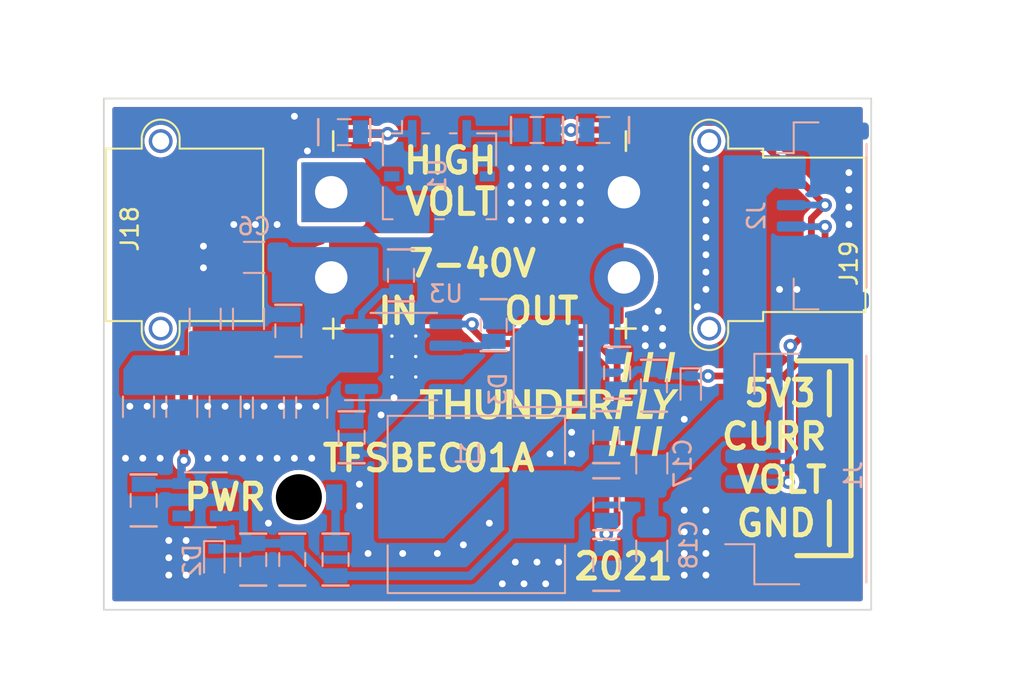
<source format=kicad_pcb>
(kicad_pcb (version 20210228) (generator pcbnew)
  (layers (0 "F.Cu" signal) (31 "B.Cu" signal) (34 "B.Paste" user) (35 "F.Paste" user) (36 "B.SilkS" user "B.Silkscreen") (37 "F.SilkS" user "F.Silkscreen") (38 "B.Mask" user) (39 "F.Mask" user) (44 "Edge.Cuts" user))
  (net 0 "")
  (net 1 "GND")
  (net 2 "VCC")
  (net 3 "/5V3")
  (net 4 "+3V3")
  (net 5 "Net-(C14-Pad1)")
  (net 6 "Net-(C15-Pad1)")
  (net 7 "Net-(C15-Pad2)")
  (net 8 "Net-(D1-Pad2)")
  (net 9 "/SENSE_CURRENT")
  (net 10 "/SENSE_VOLTAGE")
  (net 11 "Net-(J18-Pad1)")
  (net 12 "Net-(R2-Pad1)")
  (net 13 "Net-(R5-Pad2)")
  (net 14 "Net-(R7-Pad1)")
  (footprint "Connector_AMASS:AMASS_XT30PW-F_1x02_P2.50mm_Horizontal" (layer "F.Cu") (at 30.5 -24.5 -90)
    (fp_text reference "J19" (at 4.18 -13.188 90) (layer "F.SilkS"))
    (fp_text value "XT30PW-F")
    (fp_text user "-" (at -3 0 90) (layer "F.SilkS") (effects (font (size 1.5 1.5))))
    (fp_text user "+" (at 8 0 90) (layer "F.SilkS") (effects (font (size 1.5 1.5))))
    (pad "" thru_hole circle locked (at 8 -5 270) (size 1.4 1.4) (drill 1) (layers *.Cu *.Mask))
    (pad "" thru_hole circle locked (at -3 -5) (size 1.4 1.4) (drill 1) (layers *.Cu *.Mask))
    (pad "1" thru_hole rect locked (at 0 0 270) (size 3.5 3.5) (drill 1.9) (layers *.Cu *.Mask) (net 1 "GND"))
    (pad "2" thru_hole circle locked (at 5 0 270) (size 3.5 3.5) (drill 1.9) (layers *.Cu *.Mask) (net 2 "VCC"))
  )
  (footprint "MLAB_LOGA:TF" (layer "F.Cu") (at 26.035 -12.065)
    (fp_text reference "G***" hide)
    (fp_text value "LOGO" hide)
  )
  (footprint "Connector_AMASS:AMASS_XT30PW-M_1x02_P2.50mm_Horizontal" (layer "F.Cu") (at 13.335 -24.5 90)
    (fp_text reference "J18" (at -2.148 -11.811 90) (layer "F.SilkS"))
    (fp_text value "XT30PW-M")
    (fp_text user "-" (at 3 0 90) (layer "F.SilkS") (effects (font (size 1.5 1.5))))
    (fp_text user "+" (at -8 0 90) (layer "F.SilkS") (effects (font (size 1.5 1.5))))
    (pad "" thru_hole circle locked (at 3 -10 90) (size 1.4 1.4) (drill 1) (layers *.Cu *.Mask))
    (pad "" thru_hole circle locked (at -8 -10 90) (size 1.4 1.4) (drill 1) (layers *.Cu *.Mask))
    (pad "1" thru_hole rect locked (at 0 0 90) (size 3.5 3.5) (drill 1.9) (layers *.Cu *.Mask) (net 11 "Net-(J18-Pad1)"))
    (pad "2" thru_hole circle locked (at -5 0 90) (size 3.5 3.5) (drill 1.9) (layers *.Cu *.Mask) (net 2 "VCC"))
  )
  (footprint "Connector_Molex:Molex_CLIK-Mate_505405-0670_1x06-1MP_P1.50mm_Vertical" (layer "B.Cu") (at 40.386 -8.255 90)
    (fp_text reference "J1" (at -0.381 3.556 90) (layer "B.SilkS") (effects (justify mirror)))
    (fp_text value "213226-0611")
    (pad "1" smd roundrect locked (at -3.75 -2.75 90) (size 0.8 2.4) (layers "B.Cu" "B.Paste" "B.Mask") (net 1 "GND"))
    (pad "2" smd roundrect locked (at -2.25 -2.75 90) (size 0.8 2.4) (layers "B.Cu" "B.Paste" "B.Mask") (net 1 "GND"))
    (pad "3" smd roundrect locked (at -0.75 -2.75 90) (size 0.8 2.4) (layers "B.Cu" "B.Paste" "B.Mask") (net 10 "/SENSE_VOLTAGE"))
    (pad "4" smd roundrect locked (at 0.75 -2.75 90) (size 0.8 2.4) (layers "B.Cu" "B.Paste" "B.Mask") (net 9 "/SENSE_CURRENT"))
    (pad "5" smd roundrect locked (at 2.25 -2.75 90) (size 0.8 2.4) (layers "B.Cu" "B.Paste" "B.Mask") (net 3 "/5V3"))
    (pad "6" smd roundrect locked (at 3.75 -2.75 90) (size 0.8 2.4) (layers "B.Cu" "B.Paste" "B.Mask") (net 3 "/5V3"))
    (pad "MP" smd roundrect locked (at 6.35 2.3 90) (size 1.8 3.3) (layers "B.Cu" "B.Paste" "B.Mask") (roundrect_rratio 0.1388888889) (net 1 "GND"))
    (pad "MP" smd roundrect locked (at -6.35 2.3 90) (size 1.8 3.3) (layers "B.Cu" "B.Paste" "B.Mask") (roundrect_rratio 0.1388888889) (net 1 "GND"))
  )
  (footprint "Mlab_R:SMD-0805" (layer "B.Cu") (at 14.5288 -10.1219 -90)
    (fp_text reference "C15")
    (fp_text value "100nF")
    (pad "1" smd rect locked (at -0.9525 0 270) (size 0.889 1.397) (layers "B.Cu" "B.Paste" "B.Mask") (net 6 "Net-(C15-Pad1)"))
    (pad "2" smd rect locked (at 0.9525 0 270) (size 0.889 1.397) (layers "B.Cu" "B.Paste" "B.Mask") (net 7 "Net-(C15-Pad2)"))
  )
  (footprint "Mlab_R:SMD-0805" (layer "B.Cu") (at 10.8204 -16.3703 90)
    (fp_text reference "C12")
    (fp_text value "100nF/50V" hide)
    (pad "1" smd rect locked (at -0.9525 0 90) (size 0.889 1.397) (layers "B.Cu" "B.Paste" "B.Mask") (net 2 "VCC"))
    (pad "2" smd rect locked (at 0.9525 0 90) (size 0.889 1.397) (layers "B.Cu" "B.Paste" "B.Mask") (net 1 "GND"))
  )
  (footprint "Resistor_SMD:R_1206_3216Metric" (layer "B.Cu") (at 4.572 -11.9096 -90)
    (fp_text reference "C8" hide)
    (fp_text value "10uF/50V" hide)
    (pad "1" smd roundrect locked (at -1.4 0 270) (size 1.25 1.75) (layers "B.Cu" "B.Paste" "B.Mask") (roundrect_rratio 0.2) (net 2 "VCC"))
    (pad "2" smd roundrect locked (at 1.4 0 270) (size 1.25 1.75) (layers "B.Cu" "B.Paste" "B.Mask") (roundrect_rratio 0.2) (net 1 "GND"))
  )
  (footprint "Mlab_R:SMD-0805" (layer "B.Cu") (at 25.4 -28.152)
    (fp_text reference "R7")
    (fp_text value "?")
    (pad "1" smd rect locked (at -0.9525 0) (size 0.889 1.397) (layers "B.Cu" "B.Paste" "B.Mask") (net 14 "Net-(R7-Pad1)"))
    (pad "2" smd rect locked (at 0.9525 0) (size 0.889 1.397) (layers "B.Cu" "B.Paste" "B.Mask") (net 9 "/SENSE_CURRENT"))
  )
  (footprint "Mlab_R:SMD-0805" (layer "B.Cu") (at 13.589 -2.9425 90)
    (fp_text reference "R1")
    (fp_text value "180R")
    (pad "1" smd rect locked (at -0.9525 0 90) (size 0.889 1.397) (layers "B.Cu" "B.Paste" "B.Mask") (net 3 "/5V3"))
    (pad "2" smd rect locked (at 0.9525 0 90) (size 0.889 1.397) (layers "B.Cu" "B.Paste" "B.Mask") (net 8 "Net-(D1-Pad2)"))
  )
  (footprint "Mlab_R:SMD-0805" (layer "B.Cu") (at 17.4244 -19.6215 90)
    (fp_text reference "R2")
    (fp_text value "59kR")
    (pad "1" smd rect locked (at -0.9525 0 90) (size 0.889 1.397) (layers "B.Cu" "B.Paste" "B.Mask") (net 12 "Net-(R2-Pad1)"))
    (pad "2" smd rect locked (at 0.9525 0 90) (size 0.889 1.397) (layers "B.Cu" "B.Paste" "B.Mask") (net 1 "GND"))
  )
  (footprint "Resistor_SMD:R_1206_3216Metric" (layer "B.Cu") (at 2.032 -11.9096 -90)
    (fp_text reference "C9" hide)
    (fp_text value "10uF/50V" hide)
    (pad "1" smd roundrect locked (at -1.4 0 270) (size 1.25 1.75) (layers "B.Cu" "B.Paste" "B.Mask") (roundrect_rratio 0.2) (net 2 "VCC"))
    (pad "2" smd roundrect locked (at 1.4 0 270) (size 1.25 1.75) (layers "B.Cu" "B.Paste" "B.Mask") (roundrect_rratio 0.2) (net 1 "GND"))
  )
  (footprint "Sensor_Current:Allegro_PSOF-7_4.8x6.4mm_P1.60mm" (layer "B.Cu") (at 19.685 -25.485 -90)
    (fp_text reference "U1" (at 0 0.127 90) (layer "B.SilkS") (effects (justify mirror)))
    (fp_text value "ACS781LLRTR-050U-T" hide)
    (pad "1" smd rect locked (at -2.45 1.6 270) (size 1.6 0.5) (layers "B.Cu" "B.Paste" "B.Mask") (net 4 "+3V3"))
    (pad "2" smd rect locked (at -2.45 0 270) (size 1.6 0.5) (layers "B.Cu" "B.Paste" "B.Mask") (net 1 "GND"))
    (pad "3" smd rect locked (at -2.45 -1.6 270) (size 1.6 0.5) (layers "B.Cu" "B.Paste" "B.Mask") (net 14 "Net-(R7-Pad1)"))
    (pad "4" smd rect locked (at 0.05 -2.8 270) (size 0.6 0.9) (layers "B.Cu" "B.Paste" "B.Mask"))
    (pad "5" smd rect locked (at 2.4 -1.5 270) (size 1.7 1.8) (layers "B.Cu" "B.Paste" "B.Mask") (net 1 "GND"))
    (pad "6" smd rect locked (at 2.4 1.5 270) (size 1.7 1.8) (layers "B.Cu" "B.Paste" "B.Mask") (net 11 "Net-(J18-Pad1)"))
    (pad "7" smd rect locked (at 0.05 2.8 270) (size 0.6 0.9) (layers "B.Cu" "B.Paste" "B.Mask"))
  )
  (footprint "Diode_SMD:D_PowerDI-5" (layer "B.Cu") (at 26.162 -15.706 90)
    (fp_text reference "D3" (at -2.752 -3.048 90) (layer "B.SilkS") (effects (justify mirror)))
    (fp_text value "PDS760-13" hide)
    (pad "1" smd rect locked (at -1.12 0 270) (size 4.86 3.36) (layers "B.Cu" "B.Paste" "B.Mask") (net 7 "Net-(C15-Pad2)"))
    (pad "2" smd rect locked (at 2.862 0.92 270) (size 1.4 1.39) (layers "B.Cu" "B.Paste" "B.Mask") (net 1 "GND"))
    (pad "2" smd rect locked (at 2.862 -0.92 270) (size 1.4 1.39) (layers "B.Cu" "B.Paste" "B.Mask") (net 1 "GND"))
  )
  (footprint "Mlab_R:SMD-0805" (layer "B.Cu") (at 22.86 -16.7005 90)
    (fp_text reference "C14")
    (fp_text value "22nF")
    (pad "1" smd rect locked (at -0.9525 0 90) (size 0.889 1.397) (layers "B.Cu" "B.Paste" "B.Mask") (net 5 "Net-(C14-Pad1)"))
    (pad "2" smd rect locked (at 0.9525 0 90) (size 0.889 1.397) (layers "B.Cu" "B.Paste" "B.Mask") (net 1 "GND"))
  )
  (footprint "Connector_JST:JST_GH_SM06B-GHS-TB_1x06-1MP_P1.25mm_Horizontal" (layer "B.Cu") (at 42.164 -23.114 -90)
    (fp_text reference "J2" (at 0 3.9 90) (layer "B.SilkS") (effects (justify mirror)))
    (fp_text value "SM06B-GHS-TB" hide)
    (pad "1" smd roundrect locked (at -3.125 1.85 270) (size 0.6 1.7) (layers "B.Cu" "B.Paste" "B.Mask") (net 3 "/5V3"))
    (pad "2" smd roundrect locked (at -1.875 1.85 270) (size 0.6 1.7) (layers "B.Cu" "B.Paste" "B.Mask") (net 3 "/5V3"))
    (pad "3" smd roundrect locked (at -0.625 1.85 270) (size 0.6 1.7) (layers "B.Cu" "B.Paste" "B.Mask") (net 9 "/SENSE_CURRENT"))
    (pad "4" smd roundrect locked (at 0.625 1.85 270) (size 0.6 1.7) (layers "B.Cu" "B.Paste" "B.Mask") (net 10 "/SENSE_VOLTAGE"))
    (pad "5" smd roundrect locked (at 1.875 1.85 270) (size 0.6 1.7) (layers "B.Cu" "B.Paste" "B.Mask") (net 1 "GND"))
    (pad "6" smd roundrect locked (at 3.125 1.85 270) (size 0.6 1.7) (layers "B.Cu" "B.Paste" "B.Mask") (net 1 "GND"))
    (pad "MP" smd roundrect locked (at 4.975 -1.35 270) (size 1 2.7) (layers "B.Cu" "B.Paste" "B.Mask") (net 1 "GND"))
    (pad "MP" smd roundrect locked (at -4.975 -1.35 270) (size 1 2.7) (layers "B.Cu" "B.Paste" "B.Mask") (net 1 "GND"))
  )
  (footprint "Mlab_R:SMD-0805" (layer "B.Cu") (at 29.464 -2.634 -90)
    (fp_text reference "R6")
    (fp_text value "R")
    (pad "1" smd rect locked (at -0.9525 0 270) (size 0.889 1.397) (layers "B.Cu" "B.Paste" "B.Mask") (net 13 "Net-(R5-Pad2)"))
    (pad "2" smd rect locked (at 0.9525 0 270) (size 0.889 1.397) (layers "B.Cu" "B.Paste" "B.Mask") (net 1 "GND"))
  )
  (footprint "Resistor_SMD:R_1206_3216Metric" (layer "B.Cu") (at 7.112 -11.9096 -90)
    (fp_text reference "C7" hide)
    (fp_text value "10uF/50V" hide)
    (pad "1" smd roundrect locked (at -1.4 0 270) (size 1.25 1.75) (layers "B.Cu" "B.Paste" "B.Mask") (roundrect_rratio 0.2) (net 2 "VCC"))
    (pad "2" smd roundrect locked (at 1.4 0 270) (size 1.25 1.75) (layers "B.Cu" "B.Paste" "B.Mask") (roundrect_rratio 0.2) (net 1 "GND"))
  )
  (footprint "Mlab_R:SMD-0805" (layer "B.Cu") (at 29.2735 -28.152)
    (fp_text reference "C19")
    (fp_text value "?")
    (pad "1" smd rect locked (at -0.9525 0) (size 0.889 1.397) (layers "B.Cu" "B.Paste" "B.Mask") (net 9 "/SENSE_CURRENT"))
    (pad "2" smd rect locked (at 0.9525 0) (size 0.889 1.397) (layers "B.Cu" "B.Paste" "B.Mask") (net 1 "GND"))
  )
  (footprint "Diode_SMD:D_SOD-523" (layer "B.Cu") (at 6.477 -2.879 -90)
    (fp_text reference "D2" (at 0 1.3 90) (layer "B.SilkS") (effects (justify mirror)))
    (fp_text value "BZX585-B5V6.115" hide)
    (pad "1" smd rect locked (at -0.7 0 90) (size 0.6 0.7) (layers "B.Cu" "B.Paste" "B.Mask") (net 3 "/5V3"))
    (pad "2" smd rect locked (at 0.7 0 90) (size 0.6 0.7) (layers "B.Cu" "B.Paste" "B.Mask") (net 1 "GND"))
  )
  (footprint "Mlab_R:SMD-0805" (layer "B.Cu") (at 29.464 -10.127 90)
    (fp_text reference "C16")
    (fp_text value "1uF")
    (pad "1" smd rect locked (at -0.9525 0 90) (size 0.889 1.397) (layers "B.Cu" "B.Paste" "B.Mask") (net 3 "/5V3"))
    (pad "2" smd rect locked (at 0.9525 0 90) (size 0.889 1.397) (layers "B.Cu" "B.Paste" "B.Mask") (net 1 "GND"))
  )
  (footprint "Resistor_SMD:R_1206_3216Metric" (layer "B.Cu") (at 32.131 -3.4565 -90)
    (fp_text reference "C18" (at -0.3535 -2.159 90) (layer "B.SilkS") (effects (justify mirror)))
    (fp_text value "100uF/6V3" hide)
    (pad "1" smd roundrect locked (at -1.4 0 270) (size 1.25 1.75) (layers "B.Cu" "B.Paste" "B.Mask") (roundrect_rratio 0.2) (net 3 "/5V3"))
    (pad "2" smd roundrect locked (at 1.4 0 270) (size 1.25 1.75) (layers "B.Cu" "B.Paste" "B.Mask") (roundrect_rratio 0.2) (net 1 "GND"))
  )
  (footprint "Mlab_R:SMD-0805" (layer "B.Cu") (at 14.097 -28.025 180)
    (fp_text reference "C4")
    (fp_text value "100nF")
    (pad "1" smd rect locked (at -0.9525 0 180) (size 0.889 1.397) (layers "B.Cu" "B.Paste" "B.Mask") (net 4 "+3V3"))
    (pad "2" smd rect locked (at 0.9525 0 180) (size 0.889 1.397) (layers "B.Cu" "B.Paste" "B.Mask") (net 1 "GND"))
  )
  (footprint "Mlab_R:SMD-0805" (layer "B.Cu") (at 2.3368 -6.4135 -90)
    (fp_text reference "C13")
    (fp_text value "1uF")
    (pad "1" smd rect locked (at -0.9525 0 270) (size 0.889 1.397) (layers "B.Cu" "B.Paste" "B.Mask") (net 4 "+3V3"))
    (pad "2" smd rect locked (at 0.9525 0 270) (size 0.889 1.397) (layers "B.Cu" "B.Paste" "B.Mask") (net 1 "GND"))
  )
  (footprint "Resistor_SMD:R_1206_3216Metric" (layer "B.Cu") (at 5.9436 -17.0688 90)
    (fp_text reference "C1" hide)
    (fp_text value "10uF/50V" hide)
    (pad "1" smd roundrect locked (at -1.4 0 90) (size 1.25 1.75) (layers "B.Cu" "B.Paste" "B.Mask") (roundrect_rratio 0.2) (net 2 "VCC"))
    (pad "2" smd roundrect locked (at 1.4 0 90) (size 1.25 1.75) (layers "B.Cu" "B.Paste" "B.Mask") (roundrect_rratio 0.2) (net 1 "GND"))
  )
  (footprint "Resistor_SMD:R_1206_3216Metric" (layer "B.Cu") (at 8.4836 -17.0688 90)
    (fp_text reference "C11" hide)
    (fp_text value "10uF/50V" hide)
    (pad "1" smd roundrect locked (at -1.4 0 90) (size 1.25 1.75) (layers "B.Cu" "B.Paste" "B.Mask") (roundrect_rratio 0.2) (net 2 "VCC"))
    (pad "2" smd roundrect locked (at 1.4 0 90) (size 1.25 1.75) (layers "B.Cu" "B.Paste" "B.Mask") (roundrect_rratio 0.2) (net 1 "GND"))
  )
  (footprint "Mlab_D:LED_1206" (layer "B.Cu") (at 11.4378 -6.604 180)
    (fp_text reference "D1" hide)
    (fp_text value "LED GREEN" hide)
    (pad "" np_thru_hole circle locked (at 0 0 180) (size 2.7 2.7) (drill 2.7) (layers *.Mask))
    (pad "1" smd rect locked (at 2.075 0 180) (size 0.95 1.5) (layers "B.Cu" "B.Paste" "B.Mask") (net 1 "GND"))
    (pad "2" smd rect locked (at -2.075 0 180) (size 0.95 1.5) (layers "B.Cu" "B.Paste" "B.Mask") (net 8 "Net-(D1-Pad2)"))
  )
  (footprint "Resistor_SMD:R_1206_3216Metric" (layer "B.Cu") (at 32.131 -8.594 90)
    (fp_text reference "C17" (at 0 1.82 90) (layer "B.SilkS") (effects (justify mirror)))
    (fp_text value "100uF/6V3" hide)
    (pad "1" smd roundrect locked (at -1.4 0 90) (size 1.25 1.75) (layers "B.Cu" "B.Paste" "B.Mask") (roundrect_rratio 0.2) (net 3 "/5V3"))
    (pad "2" smd roundrect locked (at 1.4 0 90) (size 1.25 1.75) (layers "B.Cu" "B.Paste" "B.Mask") (roundrect_rratio 0.2) (net 1 "GND"))
  )
  (footprint "Mlab_R:SMD-0805" (layer "B.Cu") (at 32.258 -13.1445 -90)
    (fp_text reference "R4")
    (fp_text value "1k5")
    (pad "1" smd rect locked (at -0.9525 0 270) (size 0.889 1.397) (layers "B.Cu" "B.Paste" "B.Mask") (net 10 "/SENSE_VOLTAGE"))
    (pad "2" smd rect locked (at 0.9525 0 270) (size 0.889 1.397) (layers "B.Cu" "B.Paste" "B.Mask") (net 1 "GND"))
  )
  (footprint "Mlab_R:SMD-0805" (layer "B.Cu") (at 8.763 -2.9425 -90)
    (fp_text reference "C5")
    (fp_text value "100nF")
    (pad "1" smd rect locked (at -0.9525 0 270) (size 0.889 1.397) (layers "B.Cu" "B.Paste" "B.Mask") (net 3 "/5V3"))
    (pad "2" smd rect locked (at 0.9525 0 270) (size 0.889 1.397) (layers "B.Cu" "B.Paste" "B.Mask") (net 1 "GND"))
  )
  (footprint "Resistor_SMD:R_1206_3216Metric" (layer "B.Cu") (at 8.8108 -20.6756 180)
    (fp_text reference "C6" (at 0 1.82) (layer "B.SilkS") (effects (justify mirror)))
    (fp_text value "10uF/50V" hide)
    (pad "1" smd roundrect locked (at -1.4 0 180) (size 1.25 1.75) (layers "B.Cu" "B.Paste" "B.Mask") (roundrect_rratio 0.2) (net 2 "VCC"))
    (pad "2" smd roundrect locked (at 1.4 0 180) (size 1.25 1.75) (layers "B.Cu" "B.Paste" "B.Mask") (roundrect_rratio 0.2) (net 1 "GND"))
  )
  (footprint "Diode_SMD:D_SOD-523" (layer "B.Cu") (at 34.417 -13.016 -90)
    (fp_text reference "D4" hide)
    (fp_text value "BZX585-B5V6.115" hide)
    (pad "1" smd rect locked (at -0.7 0 90) (size 0.6 0.7) (layers "B.Cu" "B.Paste" "B.Mask") (net 10 "/SENSE_VOLTAGE"))
    (pad "2" smd rect locked (at 0.7 0 90) (size 0.6 0.7) (layers "B.Cu" "B.Paste" "B.Mask") (net 1 "GND"))
  )
  (footprint "Mlab_R:SMD-0805" (layer "B.Cu") (at 11.049 -2.9425 -90)
    (fp_text reference "C3")
    (fp_text value "10uF")
    (pad "1" smd rect locked (at -0.9525 0 270) (size 0.889 1.397) (layers "B.Cu" "B.Paste" "B.Mask") (net 3 "/5V3"))
    (pad "2" smd rect locked (at 0.9525 0 270) (size 0.889 1.397) (layers "B.Cu" "B.Paste" "B.Mask") (net 1 "GND"))
  )
  (footprint "Mlab_R:SMD-0805" (layer "B.Cu") (at 29.464 -6.19 -90)
    (fp_text reference "R5")
    (fp_text value "R")
    (pad "1" smd rect locked (at -0.9525 0 270) (size 0.889 1.397) (layers "B.Cu" "B.Paste" "B.Mask") (net 3 "/5V3"))
    (pad "2" smd rect locked (at 0.9525 0 270) (size 0.889 1.397) (layers "B.Cu" "B.Paste" "B.Mask") (net 13 "Net-(R5-Pad2)"))
  )
  (footprint "Inductor_SMD:L_Wuerth_HCI-1050" (layer "B.Cu") (at 21.844 -6.178)
    (fp_text reference "L1" (at -0.508 -2.966) (layer "B.SilkS") (effects (justify mirror)))
    (fp_text value "HCI1050-5R5" hide)
    (pad "1" smd rect locked (at -3.825 0) (size 3.85 4) (layers "B.Cu" "B.Paste" "B.Mask") (net 7 "Net-(C15-Pad2)"))
    (pad "2" smd rect locked (at 3.825 0) (size 3.85 4) (layers "B.Cu" "B.Paste" "B.Mask") (net 3 "/5V3"))
  )
  (footprint "Package_SO:SOIC-8-1EP_3.9x4.9mm_P1.27mm_EP2.41x3.3mm_ThermalVias" (layer "B.Cu") (at 17.591 -14.859)
    (fp_text reference "U3" (at 2.475 -3.683) (layer "B.SilkS") (effects (justify mirror)))
    (fp_text value "LMR14050" hide)
    (pad "1" smd roundrect locked (at -2.475 1.905) (size 1.95 0.6) (layers "B.Cu" "B.Paste" "B.Mask") (net 6 "Net-(C15-Pad1)"))
    (pad "2" smd roundrect locked (at -2.475 0.635) (size 1.95 0.6) (layers "B.Cu" "B.Paste" "B.Mask") (net 2 "VCC"))
    (pad "3" smd roundrect locked (at -2.475 -0.635) (size 1.95 0.6) (layers "B.Cu" "B.Paste" "B.Mask") (net 2 "VCC"))
    (pad "4" smd roundrect locked (at -2.475 -1.905) (size 1.95 0.6) (layers "B.Cu" "B.Paste" "B.Mask") (net 12 "Net-(R2-Pad1)"))
    (pad "5" smd roundrect locked (at 2.475 -1.905) (size 1.95 0.6) (layers "B.Cu" "B.Paste" "B.Mask") (net 13 "Net-(R5-Pad2)"))
    (pad "6" smd roundrect locked (at 2.475 -0.635) (size 1.95 0.6) (layers "B.Cu" "B.Paste" "B.Mask") (net 5 "Net-(C14-Pad1)"))
    (pad "7" smd roundrect locked (at 2.475 0.635) (size 1.95 0.6) (layers "B.Cu" "B.Paste" "B.Mask") (net 1 "GND"))
    (pad "8" smd roundrect locked (at 2.475 1.905) (size 1.95 0.6) (layers "B.Cu" "B.Paste" "B.Mask") (net 7 "Net-(C15-Pad2)"))
    (pad "9" thru_hole circle locked (at 0.7 -1.2) (size 0.5 0.5) (drill 0.2) (layers *.Cu) (net 1 "GND"))
    (pad "9" thru_hole circle locked (at 0.7 1.2) (size 0.5 0.5) (drill 0.2) (layers *.Cu) (net 1 "GND"))
    (pad "9" thru_hole circle locked (at 0.7 0) (size 0.5 0.5) (drill 0.2) (layers *.Cu) (net 1 "GND"))
    (pad "9" smd roundrect locked (at 0 0) (size 1.9 2.9) (layers "F.Cu") (roundrect_rratio 0.1315789474) (net 1 "GND"))
    (pad "9" smd roundrect locked (at 0 0) (size 2.41 3.3) (layers "B.Cu" "B.Mask") (roundrect_rratio 0.1037340249) (net 1 "GND"))
    (pad "9" thru_hole circle locked (at -0.7 -1.2) (size 0.5 0.5) (drill 0.2) (layers *.Cu) (net 1 "GND"))
    (pad "9" thru_hole circle locked (at -0.7 1.2) (size 0.5 0.5) (drill 0.2) (layers *.Cu) (net 1 "GND"))
    (pad "9" thru_hole circle locked (at -0.7 0) (size 0.5 0.5) (drill 0.2) (layers *.Cu) (net 1 "GND"))
  )
  (footprint "Mlab_R:SMD-0805" (layer "B.Cu") (at 30.099 -13.9065 -90)
    (fp_text reference "R3")
    (fp_text value "13k7")
    (pad "1" smd rect locked (at -0.9525 0 270) (size 0.889 1.397) (layers "B.Cu" "B.Paste" "B.Mask") (net 2 "VCC"))
    (pad "2" smd rect locked (at 0.9525 0 270) (size 0.889 1.397) (layers "B.Cu" "B.Paste" "B.Mask") (net 10 "/SENSE_VOLTAGE"))
  )
  (footprint "Package_TO_SOT_SMD:SOT-23-5" (layer "B.Cu") (at 5.6564 -6.4516 180)
    (fp_text reference "U2" hide)
    (fp_text value "MIC5504-3.3YM5" hide)
    (pad "1" smd rect locked (at -1.1 0.95 180) (size 1.06 0.65) (layers "B.Cu" "B.Paste" "B.Mask") (net 3 "/5V3"))
    (pad "2" smd rect locked (at -1.1 0 180) (size 1.06 0.65) (layers "B.Cu" "B.Paste" "B.Mask") (net 1 "GND"))
    (pad "3" smd rect locked (at -1.1 -0.95 180) (size 1.06 0.65) (layers "B.Cu" "B.Paste" "B.Mask") (net 3 "/5V3"))
    (pad "4" smd rect locked (at 1.1 -0.95 180) (size 1.06 0.65) (layers "B.Cu" "B.Paste" "B.Mask"))
    (pad "5" smd rect locked (at 1.1 0.95 180) (size 1.06 0.65) (layers "B.Cu" "B.Paste" "B.Mask") (net 4 "+3V3"))
  )
  (footprint "Resistor_SMD:R_1206_3216Metric" (layer "B.Cu") (at 12.192 -11.8648 -90)
    (fp_text reference "C10" hide)
    (fp_text value "10uF/50V" hide)
    (pad "1" smd roundrect locked (at -1.4 0 270) (size 1.25 1.75) (layers "B.Cu" "B.Paste" "B.Mask") (roundrect_rratio 0.2) (net 2 "VCC"))
    (pad "2" smd roundrect locked (at 1.4 0 270) (size 1.25 1.75) (layers "B.Cu" "B.Paste" "B.Mask") (roundrect_rratio 0.2) (net 1 "GND"))
  )
  (footprint "Resistor_SMD:R_1206_3216Metric" (layer "B.Cu") (at 9.652 -11.8588 -90)
    (fp_text reference "C2" hide)
    (fp_text value "10uF/50V" hide)
    (pad "1" smd roundrect locked (at -1.4 0 270) (size 1.25 1.75) (layers "B.Cu" "B.Paste" "B.Mask") (roundrect_rratio 0.2) (net 2 "VCC"))
    (pad "2" smd roundrect locked (at 1.4 0 270) (size 1.25 1.75) (layers "B.Cu" "B.Paste" "B.Mask") (roundrect_rratio 0.2) (net 1 "GND"))
  )
  (gr_line (start 43.815 -3.175) (end 40.64 -3.175) (layer "F.SilkS") (width 0.3))
  (gr_line (start 43.815 -14.605) (end 43.815 -3.81) (layer "F.SilkS") (width 0.3))
  (gr_line (start 42.545 -3.81) (end 42.545 -6.35) (layer "F.SilkS") (width 0.3))
  (gr_line (start 42.545 -13.97) (end 42.545 -11.43) (layer "F.SilkS") (width 0.3))
  (gr_line (start 43.815 -3.81) (end 43.815 -3.175) (layer "F.SilkS") (width 0.3))
  (gr_line (start 40.64 -14.605) (end 43.815 -14.605) (layer "F.SilkS") (width 0.3))
  (gr_rect (start 0 -30) (end 45 0) (layer "Edge.Cuts") (width 0.1) (fill none))
  (gr_text "VOLT" (at 42.545 -7.62) (layer "F.SilkS") (effects (font (size 1.5 1.5) (thickness 0.3)) (justify right)))
  (gr_text "5V3" (at 41.91 -12.7) (layer "F.SilkS") (effects (font (size 1.5 1.5) (thickness 0.3)) (justify right)))
  (gr_text "TFSBEC01A" (at 19.05 -8.89) (layer "F.SilkS") (effects (font (size 1.5 1.5) (thickness 0.3))))
  (gr_text "PWR" (at 7.112 -6.604) (layer "F.SilkS") (effects (font (size 1.5 1.5) (thickness 0.3))))
  (gr_text "CURR" (at 42.545 -10.16) (layer "F.SilkS") (effects (font (size 1.5 1.5) (thickness 0.3)) (justify right)))
  (gr_text "2021" (at 30.48 -2.54) (layer "F.SilkS") (effects (font (size 1.5 1.5) (thickness 0.3))))
  (gr_text "7-40V" (at 21.59 -20.32) (layer "F.SilkS") (effects (font (size 1.5 1.5) (thickness 0.3))))
  (gr_text "IN" (at 17.272 -17.526) (layer "F.SilkS") (effects (font (size 1.5 1.5) (thickness 0.3))))
  (gr_text "HIGH\nVOLT" (at 20.32 -25.146) (layer "F.SilkS") (effects (font (size 1.5 1.5) (thickness 0.3))))
  (gr_text "GND" (at 41.91 -5.08) (layer "F.SilkS") (effects (font (size 1.5 1.5) (thickness 0.3)) (justify right)))
  (gr_text "OUT" (at 25.654 -17.526) (layer "F.SilkS") (effects (font (size 1.5 1.5) (thickness 0.3))))
  (via (at 27.94 -25.908) (size 0.8) (drill 0.4) (layers "F.Cu" "B.Cu") (net 1))
  (via (at 25.908 -24.892) (size 0.8) (drill 0.4) (layers "F.Cu" "B.Cu") (net 1))
  (via (at 7.112 -8.89) (size 0.8) (drill 0.4) (layers "F.Cu" "B.Cu") (net 1))
  (via (at 24.638 -1.524) (size 0.8) (drill 0.4) (layers "F.Cu" "B.Cu") (net 1))
  (via (at 3.81 -3.048) (size 0.8) (drill 0.4) (layers "F.Cu" "B.Cu") (net 1))
  (via (at 25.4 -2.794) (size 0.8) (drill 0.4) (layers "F.Cu" "B.Cu") (net 1))
  (via (at 34.036 -3.302) (size 0.8) (drill 0.4) (layers "F.Cu" "B.Cu") (net 1))
  (via (at 14.986 -7.366) (size 0.8) (drill 0.4) (layers "F.Cu" "B.Cu") (net 1))
  (via (at 2.54 -11.938) (size 0.8) (drill 0.4) (layers "F.Cu" "B.Cu") (net 1))
  (via (at 12.446 -11.938) (size 0.8) (drill 0.4) (layers "F.Cu" "B.Cu") (net 1))
  (via (at 24.13 -2.794) (size 0.8) (drill 0.4) (layers "F.Cu" "B.Cu") (net 1))
  (via (at 17.018 -12.446) (size 0.8) (drill 0.4) (layers "F.Cu" "B.Cu") (net 1))
  (via (at 43.688 -23.622) (size 0.8) (drill 0.4) (layers "F.Cu" "B.Cu") (net 1))
  (via (at 21.082 -3.81) (size 0.8) (drill 0.4) (layers "F.Cu" "B.Cu") (net 1))
  (via (at 24.892 -24.892) (size 0.8) (drill 0.4) (layers "F.Cu" "B.Cu") (net 1))
  (via (at 23.368 -1.524) (size 0.8) (drill 0.4) (layers "F.Cu" "B.Cu") (net 1))
  (via (at 10.16 -22.606) (size 0.8) (drill 0.4) (layers "F.Cu" "B.Cu") (net 1))
  (via (at 43.688 -24.638) (size 0.8) (drill 0.4) (layers "F.Cu" "B.Cu") (net 1))
  (via (at 43.688 -25.654) (size 0.8) (drill 0.4) (layers "F.Cu" "B.Cu") (net 1))
  (via (at 7.112 -11.938) (size 0.8) (drill 0.4) (layers "F.Cu" "B.Cu") (net 1))
  (via (at 11.938 -26.924) (size 0.8) (drill 0.4) (layers "F.Cu" "B.Cu") (net 1))
  (via (at 4.826 -2.032) (size 0.8) (drill 0.4) (layers "F.Cu" "B.Cu") (net 1))
  (via (at 9.398 -11.938) (size 0.8) (drill 0.4) (layers "F.Cu" "B.Cu") (net 1))
  (via (at 3.302 -8.89) (size 0.8) (drill 0.4) (layers "F.Cu" "B.Cu") (net 1))
  (via (at 31.75 -16.51) (size 0.8) (drill 0.4) (layers "F.Cu" "B.Cu") (net 1))
  (via (at 6.096 -8.89) (size 0.8) (drill 0.4) (layers "F.Cu" "B.Cu") (net 1))
  (via (at 4.826 -3.048) (size 0.8) (drill 0.4) (layers "F.Cu" "B.Cu") (net 1))
  (via (at 27.94 -22.86) (size 0.8) (drill 0.4) (layers "F.Cu" "B.Cu") (net 1))
  (via (at 35.306 -3.302) (size 0.8) (drill 0.4) (layers "F.Cu" "B.Cu") (net 1))
  (via (at 16.256 -11.43) (size 0.8) (drill 0.4) (layers "F.Cu" "B.Cu") (net 1))
  (via (at 10.16 -8.89) (size 0.8) (drill 0.4) (layers "F.Cu" "B.Cu") (net 1))
  (via (at 35.306 -5.842) (size 0.8) (drill 0.4) (layers "F.Cu" "B.Cu") (net 1))
  (via (at 26.924 -24.892) (size 0.8) (drill 0.4) (layers "F.Cu" "B.Cu") (net 1))
  (via (at 23.876 -22.86) (size 0.8) (drill 0.4) (layers "F.Cu" "B.Cu") (net 1))
  (via (at 5.842 -20.066) (size 0.8) (drill 0.4) (layers "F.Cu" "B.Cu") (net 1))
  (via (at 8.382 -11.938) (size 0.8) (drill 0.4) (layers "F.Cu" "B.Cu") (net 1))
  (via (at 31.75 -15.494) (size 0.8) (drill 0.4) (layers "F.Cu" "B.Cu") (net 1))
  (via (at 5.842 -21.336) (size 0.8) (drill 0.4) (layers "F.Cu" "B.Cu") (net 1))
  (via (at 35.306 -24.892) (size 0.8) (drill 0.4) (layers "F.Cu" "B.Cu") (net 1))
  (via (at 35.306 -22.86) (size 0.8) (drill 0.4) (layers "F.Cu" "B.Cu") (net 1))
  (via (at 27.94 -23.876) (size 0.8) (drill 0.4) (layers "F.Cu" "B.Cu") (net 1))
  (via (at 6.096 -11.938) (size 0.8) (drill 0.4) (layers "F.Cu" "B.Cu") (net 1))
  (via (at 25.908 -1.524) (size 0.8) (drill 0.4) (layers "F.Cu" "B.Cu") (net 1))
  (via (at 23.876 -23.876) (size 0.8) (drill 0.4) (layers "F.Cu" "B.Cu") (net 1))
  (via (at 26.924 -23.876) (size 0.8) (drill 0.4) (layers "F.Cu" "B.Cu") (net 1))
  (via (at 1.27 -8.89) (size 0.8) (drill 0.4) (layers "F.Cu" "B.Cu") (net 1))
  (via (at 8.89 -22.606) (size 0.8) (drill 0.4) (layers "F.Cu" "B.Cu") (net 1))
  (via (at 35.306 -21.844) (size 0.8) (drill 0.4) (layers "F.Cu" "B.Cu") (net 1))
  (via (at 32.766 -16.51) (size 0.8) (drill 0.4) (layers "F.Cu" "B.Cu") (net 1))
  (via (at 34.036 -11.176) (size 0.8) (drill 0.4) (layers "F.Cu" "B.Cu") (net 1))
  (via (at 35.306 -4.572) (size 0.8) (drill 0.4) (layers "F.Cu" "B.Cu") (net 1))
  (via (at 14.986 -6.096) (size 0.8) (drill 0.4) (layers "F.Cu" "B.Cu") (net 1))
  (via (at 26.924 -25.908) (size 0.8) (drill 0.4) (layers "F.Cu" "B.Cu") (net 1))
  (via (at 25.908 -22.86) (size 0.8) (drill 0.4) (layers "F.Cu" "B.Cu") (net 1))
  (via (at 2.286 -8.89) (size 0.8) (drill 0.4) (layers "F.Cu" "B.Cu") (net 1))
  (via (at 11.176 -28.956) (size 0.8) (drill 0.4) (layers "F.Cu" "B.Cu") (net 1))
  (via (at 34.036 -5.842) (size 0.8) (drill 0.4) (layers "F.Cu" "B.Cu") (net 1))
  (via (at 35.306 -25.908) (size 0.8) (drill 0.4) (layers "F.Cu" "B.Cu") (net 1))
  (via (at 12.192 -8.89) (size 0.8) (drill 0.4) (layers "F.Cu" "B.Cu") (net 1))
  (via (at 23.876 -25.908) (size 0.8) (drill 0.4) (layers "F.Cu" "B.Cu") (net 1))
  (via (at 26.162 -9.144) (size 0.8) (drill 0.4) (layers "F.Cu" "B.Cu") (net 1))
  (via (at 9.144 -8.89) (size 0.8) (drill 0.4) (layers "F.Cu" "B.Cu") (net 1))
  (via (at 24.892 -25.908) (size 0.8) (drill 0.4) (layers "F.Cu" "B.Cu") (net 1))
  (via (at 24.892 -23.876) (size 0.8) (drill 0.4) (layers "F.Cu" "B.Cu") (net 1))
  (via (at 22.606 -5.08) (size 0.8) (drill 0.4) (layers "F.Cu" "B.Cu") (net 1))
  (via (at 35.306 -20.828) (size 0.8) (drill 0.4) (layers "F.Cu" "B.Cu") (net 1))
  (via (at 19.558 -3.302) (size 0.8) (drill 0.4) (layers "F.Cu" "B.Cu") (net 1))
  (via (at 27.94 -24.892) (size 0.8) (drill 0.4) (layers "F.Cu" "B.Cu") (net 1))
  (via (at 35.306 -2.032) (size 0.8) (drill 0.4) (layers "F.Cu" "B.Cu") (net 1))
  (via (at 9.652 -5.08) (size 0.8) (drill 0.4) (layers "F.Cu" "B.Cu") (net 1))
  (via (at 35.306 -23.876) (size 0.8) (drill 0.4) (layers "F.Cu" "B.Cu") (net 1))
  (via (at 10.414 -11.938) (size 0.8) (drill 0.4) (layers "F.Cu" "B.Cu") (net 1))
  (via (at 23.876 -24.892) (size 0.8) (drill 0.4) (layers "F.Cu" "B.Cu") (net 1))
  (via (at 3.556 -11.938) (size 0.8) (drill 0.4) (layers "F.Cu" "B.Cu") (net 1))
  (via (at 11.176 -8.89) (size 0.8) (drill 0.4) (layers "F.Cu" "B.Cu") (net 1))
  (via (at 39.624 -18.796) (size 0.8) (drill 0.4) (layers "F.Cu" "B.Cu") (net 1))
  (via (at 11.43 -11.938) (size 0.8) (drill 0.4) (layers "F.Cu" "B.Cu") (net 1))
  (via (at 40.64 -18.796) (size 0.8) (drill 0.4) (layers "F.Cu" "B.Cu") (net 1))
  (via (at 7.62 -22.606) (size 0.8) (drill 0.4) (layers "F.Cu" "B.Cu") (net 1))
  (via (at 32.766 -15.494) (size 0.8) (drill 0.4) (layers "F.Cu" "B.Cu") (net 1))
  (via (at 34.798 -17.78) (size 0.8) (drill 0.4) (layers "F.Cu" "B.Cu") (net 1))
  (via (at 17.526 -3.302) (size 0.8) (drill 0.4) (layers "F.Cu" "B.Cu") (net 1))
  (via (at 34.036 -2.032) (size 0.8) (drill 0.4) (layers "F.Cu" "B.Cu") (net 1))
  (via (at 27.432 -10.414) (size 0.8) (drill 0.4) (layers "F.Cu" "B.Cu") (net 1))
  (via (at 4.826 -4.064) (size 0.8) (drill 0.4) (layers "F.Cu" "B.Cu") (net 1))
  (via (at 1.524 -11.938) (size 0.8) (drill 0.4) (layers "F.Cu" "B.Cu") (net 1))
  (via (at 43.688 -22.606) (size 0.8) (drill 0.4) (layers "F.Cu" "B.Cu") (net 1))
  (via (at 15.494 -3.302) (size 0.8) (drill 0.4) (layers "F.Cu" "B.Cu") (net 1))
  (via (at 3.81 -4.064) (size 0.8) (drill 0.4) (layers "F.Cu" "B.Cu") (net 1))
  (via (at 32.512 -17.526) (size 0.8) (drill 0.4) (layers "F.Cu" "B.Cu") (net 1))
  (via (at 8.128 -8.89) (size 0.8) (drill 0.4) (layers "F.Cu" "B.Cu") (net 1))
  (via (at 3.81 -2.032) (size 0.8) (drill 0.4) (layers "F.Cu" "B.Cu") (net 1))
  (via (at 26.924 -22.86) (size 0.8) (drill 0.4) (layers "F.Cu" "B.Cu") (net 1))
  (via (at 35.306 -19.812) (size 0.8) (drill 0.4) (layers "F.Cu" "B.Cu") (net 1))
  (via (at 25.908 -25.908) (size 0.8) (drill 0.4) (layers "F.Cu" "B.Cu") (net 1))
  (via (at 26.67 -2.794) (size 0.8) (drill 0.4) (layers "F.Cu" "B.Cu") (net 1))
  (via (at 25.908 -23.876) (size 0.8) (drill 0.4) (layers "F.Cu" "B.Cu") (net 1))
  (via (at 27.432 -9.144) (size 0.8) (drill 0.4) (layers "F.Cu" "B.Cu") (net 1))
  (via (at 24.892 -22.86) (size 0.8) (drill 0.4) (layers "F.Cu" "B.Cu") (net 1))
  (via (at 34.036 -4.572) (size 0.8) (drill 0.4) (layers "F.Cu" "B.Cu") (net 1))
  (via (at 35.306 -18.796) (size 0.8) (drill 0.4) (layers "F.Cu" "B.Cu") (net 1))
  (segment (start 30.099 -19.099) (end 30.5 -19.5) (width 0.4) (layer "B.Cu") (net 2))
  (segment (start 30.099 -14.859) (end 30.099 -19.099) (width 0.4) (layer "B.Cu") (net 2))
  (segment (start 11.049 -3.895) (end 8.763 -3.895) (width 0.5) (layer "B.Cu") (net 3))
  (segment (start 6.7564 -7.4016) (end 7.7368 -7.4016) (width 0.5) (layer "B.Cu") (net 3))
  (segment (start 8.1788 -4.4792) (end 8.763 -3.895) (width 0.5) (layer "B.Cu") (net 3))
  (segment (start 13.589 -1.99) (end 12.954 -1.99) (width 0.5) (layer "B.Cu") (net 3))
  (segment (start 12.954 -1.99) (end 11.049 -3.895) (width 0.5) (layer "B.Cu") (net 3))
  (segment (start 6.7564 -5.5016) (end 8.1636 -5.5016) (width 0.5) (layer "B.Cu") (net 3))
  (segment (start 32.131 -4.8565) (end 32.131 -7.194) (width 0.8) (layer "B.Cu") (net 3))
  (segment (start 8.1636 -5.5016) (end 8.1788 -5.4864) (width 0.5) (layer "B.Cu") (net 3))
  (segment (start 21.481 -1.99) (end 25.669 -6.178) (width 0.5) (layer "B.Cu") (net 3))
  (segment (start 7.7368 -7.4016) (end 8.1788 -6.9596) (width 0.5) (layer "B.Cu") (net 3))
  (segment (start 6.477 -3.579) (end 8.447 -3.579) (width 0.5) (layer "B.Cu") (net 3))
  (segment (start 8.1788 -5.4864) (end 8.1788 -4.4792) (width 0.5) (layer "B.Cu") (net 3))
  (segment (start 13.589 -1.99) (end 21.481 -1.99) (width 0.5) (layer "B.Cu") (net 3))
  (segment (start 8.447 -3.579) (end 8.763 -3.895) (width 0.5) (layer "B.Cu") (net 3))
  (segment (start 8.1788 -6.9596) (end 8.1788 -5.4864) (width 0.5) (layer "B.Cu") (net 3))
  (segment (start 6.7564 -5.5016) (end 7.1564 -5.5016) (width 0.5) (layer "B.Cu") (net 3))
  (segment (start 4.699 -21.59) (end 11.049 -27.94) (width 0.5) (layer "F.Cu") (net 4))
  (segment (start 16.637 -27.94) (end 16.642 -27.935) (width 0.5) (layer "F.Cu") (net 4))
  (segment (start 4.699 -8.763) (end 4.699 -21.59) (width 0.5) (layer "F.Cu") (net 4))
  (segment (start 11.049 -27.94) (end 16.637 -27.94) (width 0.5) (layer "F.Cu") (net 4))
  (via (at 16.642 -27.935) (size 0.8) (drill 0.4) (layers "F.Cu" "B.Cu") (net 4))
  (via (at 4.699 -8.763) (size 0.8) (drill 0.4) (layers "F.Cu" "B.Cu") (net 4))
  (segment (start 4.5564 -7.4016) (end 2.3724 -7.4016) (width 0.5) (layer "B.Cu") (net 4))
  (segment (start 15.1395 -27.935) (end 15.0495 -28.025) (width 0.4) (layer "B.Cu") (net 4))
  (segment (start 2.3724 -7.4016) (end 2.3368 -7.366) (width 0.5) (layer "B.Cu") (net 4))
  (segment (start 18.085 -27.935) (end 16.642 -27.935) (width 0.4) (layer "B.Cu") (net 4))
  (segment (start 4.5564 -7.4016) (end 4.5564 -8.6204) (width 0.5) (layer "B.Cu") (net 4))
  (segment (start 16.642 -27.935) (end 15.1395 -27.935) (width 0.4) (layer "B.Cu") (net 4))
  (segment (start 4.5564 -8.6204) (end 4.699 -8.763) (width 0.5) (layer "B.Cu") (net 4))
  (segment (start 20.066 -15.494) (end 22.606 -15.494) (width 0.4) (layer "B.Cu") (net 5))
  (segment (start 22.606 -15.494) (end 22.86 -15.748) (width 0.4) (layer "B.Cu") (net 5))
  (segment (start 15.116 -11.6616) (end 14.5288 -11.0744) (width 0.4) (layer "B.Cu") (net 6))
  (segment (start 15.116 -12.954) (end 15.116 -11.6616) (width 0.4) (layer "B.Cu") (net 6))
  (segment (start 17.8816 -9.1694) (end 18.019 -9.032) (width 0.4) (layer "B.Cu") (net 7))
  (segment (start 18.019 -9.032) (end 18.019 -6.178) (width 0.4) (layer "B.Cu") (net 7))
  (segment (start 14.5288 -9.1694) (end 17.8816 -9.1694) (width 0.4) (layer "B.Cu") (net 7))
  (segment (start 13.589 -6.5278) (end 13.5128 -6.604) (width 0.5) (layer "B.Cu") (net 8))
  (segment (start 13.589 -3.895) (end 13.589 -6.5278) (width 0.5) (layer "B.Cu") (net 8))
  (segment (start 41.491489 -16.599489) (end 41.491489 -22.949489) (width 0.4) (layer "F.Cu") (net 9))
  (segment (start 31.514631 -28.599511) (end 37.440489 -28.599511) (width 0.4) (layer "F.Cu") (net 9))
  (segment (start 40.259 -15.494) (end 40.386 -15.494) (width 0.4) (layer "F.Cu") (net 9))
  (segment (start 40.386 -15.494) (end 41.491489 -16.599489) (width 0.4) (layer "F.Cu") (net 9))
  (segment (start 41.491489 -22.949489) (end 42.291 -23.749) (width 0.4) (layer "F.Cu") (net 9))
  (segment (start 31.06712 -28.152) (end 31.514631 -28.599511) (width 0.4) (layer "F.Cu") (net 9))
  (segment (start 27.39 -28.152) (end 31.06712 -28.152) (width 0.4) (layer "F.Cu") (net 9))
  (segment (start 37.440489 -28.599511) (end 42.291 -23.749) (width 0.4) (layer "F.Cu") (net 9))
  (via (at 27.39 -28.152) (size 0.8) (drill 0.4) (layers "F.Cu" "B.Cu") (net 9))
  (via (at 40.259 -15.494) (size 0.8) (drill 0.4) (layers "F.Cu" "B.Cu") (net 9))
  (via (at 42.291 -23.749) (size 0.8) (drill 0.4) (layers "F.Cu" "B.Cu") (net 9))
  (segment (start 39.993 -9.005) (end 37.636 -9.005) (width 0.4) (layer "B.Cu") (net 9))
  (segment (start 26.3525 -28.152) (end 27.39 -28.152) (width 0.4) (layer "B.Cu") (net 9))
  (segment (start 28.321 -28.152) (end 27.39 -28.152) (width 0.4) (layer "B.Cu") (net 9))
  (segment (start 40.259 -15.494) (end 40.259 -9.271) (width 0.4) (layer "B.Cu") (net 9))
  (segment (start 40.259 -9.271) (end 39.993 -9.005) (width 0.4) (layer "B.Cu") (net 9))
  (segment (start 42.291 -23.749) (end 40.324 -23.749) (width 0.4) (layer "B.Cu") (net 9))
  (segment (start 40.324 -23.749) (end 40.314 -23.739) (width 0.4) (layer "B.Cu") (net 9))
  (segment (start 40.132 -13.462) (end 40.132 -7.493) (width 0.4) (layer "F.Cu") (net 10))
  (segment (start 42.291 -22.479) (end 42.291 -16.129) (width 0.4) (layer "F.Cu") (net 10))
  (segment (start 42.291 -16.129) (end 39.878 -13.716) (width 0.4) (layer "F.Cu") (net 10))
  (segment (start 35.433 -13.716) (end 39.878 -13.716) (width 0.4) (layer "F.Cu") (net 10))
  (segment (start 39.878 -13.716) (end 40.132 -13.462) (width 0.4) (layer "F.Cu") (net 10))
  (via (at 42.291 -22.479) (size 0.8) (drill 0.4) (layers "F.Cu" "B.Cu") (net 10))
  (via (at 40.132 -7.493) (size 0.8) (drill 0.4) (layers "F.Cu" "B.Cu") (net 10))
  (via (at 35.433 -13.716) (size 0.8) (drill 0.4) (layers "F.Cu" "B.Cu") (net 10))
  (segment (start 34.417 -13.716) (end 35.433 -13.716) (width 0.4) (layer "B.Cu") (net 10))
  (segment (start 37.648 -7.493) (end 37.636 -7.505) (width 0.4) (layer "B.Cu") (net 10))
  (segment (start 32.258 -14.097) (end 31.242 -14.097) (width 0.4) (layer "B.Cu") (net 10))
  (segment (start 42.291 -22.479) (end 40.324 -22.479) (width 0.4) (layer "B.Cu") (net 10))
  (segment (start 34.417 -13.716) (end 32.639 -13.716) (width 0.4) (layer "B.Cu") (net 10))
  (segment (start 40.132 -7.493) (end 37.648 -7.493) (width 0.4) (layer "B.Cu") (net 10))
  (segment (start 31.242 -14.097) (end 30.099 -12.954) (width 0.4) (layer "B.Cu") (net 10))
  (segment (start 40.324 -22.479) (end 40.314 -22.489) (width 0.4) (layer "B.Cu") (net 10))
  (segment (start 32.639 -13.716) (end 32.258 -14.097) (width 0.4) (layer "B.Cu") (net 10))
  (segment (start 16.383 -18.669) (end 17.4244 -18.669) (width 0.4) (layer "B.Cu") (net 12))
  (segment (start 15.116 -17.402) (end 16.383 -18.669) (width 0.4) (layer "B.Cu") (net 12))
  (segment (start 15.116 -16.764) (end 15.116 -17.402) (width 0.4) (layer "B.Cu") (net 12))
  (segment (start 28.956 -15.621) (end 30.099 -14.478) (width 0.4) (layer "F.Cu") (net 13))
  (segment (start 30.099 -14.478) (end 30.099 -5.08) (width 0.4) (layer "F.Cu") (net 13))
  (segment (start 30.099 -5.08) (end 29.464 -4.445) (width 0.4) (layer "F.Cu") (net 13))
  (segment (start 21.59 -16.764) (end 21.59 -16.51) (width 0.4) (layer "F.Cu") (net 13))
  (segment (start 21.59 -16.51) (end 22.479 -15.621) (width 0.4) (layer "F.Cu") (net 13))
  (segment (start 22.479 -15.621) (end 28.956 -15.621) (width 0.4) (layer "F.Cu") (net 13))
  (via (at 29.464 -4.445) (size 0.8) (drill 0.4) (layers "F.Cu" "B.Cu") (net 13))
  (via (at 21.59 -16.764) (size 0.8) (drill 0.4) (layers "F.Cu" "B.Cu") (net 13))
  (segment (start 20.066 -16.764) (end 21.59 -16.764) (width 0.4) (layer "B.Cu") (net 13))
  (segment (start 29.464 -3.5865) (end 29.464 -5.2375) (width 0.4) (layer "B.Cu") (net 13))
  (segment (start 29.464 -4.445) (end 29.464 -5.2375) (width 0.4) (layer "B.Cu") (net 13))
  (segment (start 21.285 -27.935) (end 24.2305 -27.935) (width 0.4) (layer "B.Cu") (net 14))
  (segment (start 24.2305 -27.935) (end 24.4475 -28.152) (width 0.4) (layer "B.Cu") (net 14))
  (zone (net 2) (net_name "VCC") (layer "F.Cu") (priority 1) (connect_pads yes (clearance 0.254)) (min_thickness 0.254) (fill yes (thermal_gap 0.508) (thermal_bridge_width 0.508))
    (polygon (pts (xy 30.48 -16.764) (xy 13.208 -16.764) (xy 13.208 -21.844) (xy 30.48 -21.844)))
  )
  (zone (net 1) (net_name "GND") (layers F&B.Cu) (connect_pads yes (clearance 0.254)) (min_thickness 0.254) (fill yes (thermal_gap 0.508) (thermal_bridge_width 0.508))
    (polygon (pts (xy 47.879 4.318) (xy -3.81 3.683) (xy -6.088176 -33.274073) (xy 48.387 -33.782)))
    (polygon (pts (xy -6.088176 -33.274073) (xy -6.096 -33.274) (xy -6.096 -33.401)))
  )
  (zone (net 11) (net_name "Net-(J18-Pad1)") (layer "B.Cu") (priority 1) (connect_pads yes (clearance 0.254)) (min_thickness 0.254) (fill yes (thermal_gap 0.508) (thermal_bridge_width 0.508))
    (polygon (pts (xy 15.2908 -26.2636) (xy 16.5608 -24.892) (xy 17.1196 -24.3332) (xy 19.1008 -24.3332) (xy 19.1008 -22.098) (xy 16.2052 -22.098) (xy 15.5448 -22.7584) (xy 11.6332 -22.7584) (xy 11.5824 -26.2636)))
  )
  (zone (net 3) (net_name "/5V3") (layer "B.Cu") (priority 1) (connect_pads yes (clearance 0.254)) (min_thickness 0.254) (fill yes (thermal_gap 0.508) (thermal_bridge_width 0.508))
    (polygon (pts (xy 41.148 -24.765) (xy 39.37 -24.765) (xy 38.862 -24.257) (xy 38.862 -12.192) (xy 36.322 -12.192) (xy 36.322 -26.67) (xy 41.148 -26.67)))
  )
  (zone (net 2) (net_name "VCC") (layer "B.Cu") (priority 1) (connect_pads yes (clearance 0.254)) (min_thickness 0.254) (fill yes (thermal_gap 0.508) (thermal_bridge_width 0.508))
    (polygon (pts (xy 16.1036 -13.9192) (xy 13.8684 -13.9192) (xy 12.5476 -12.5984) (xy 1.143 -12.5984) (xy 1.143 -14.097) (xy 1.7272 -14.9352) (xy 4.9784 -14.9352) (xy 4.9784 -16.3576) (xy 9.8552 -16.3576) (xy 9.8552 -21.2852) (xy 16.1036 -21.2852)))
  )
  (zone (net 3) (net_name "/5V3") (layer "B.Cu") (priority 1) (connect_pads yes (clearance 0.254)) (min_thickness 0.254) (fill yes (thermal_gap 0.508) (thermal_bridge_width 0.508))
    (polygon (pts (xy 38.735 -10.16) (xy 36.195 -10.16) (xy 32.639 -6.604) (xy 28.829 -6.604) (xy 27.559 -5.334) (xy 24.257 -5.334) (xy 24.257 -8.128) (xy 28.067 -8.128) (xy 28.702 -8.763) (xy 28.702 -9.652) (xy 33.401 -9.652) (xy 36.068 -12.319) (xy 38.735 -12.319)))
  )
  (zone (net 7) (net_name "Net-(C15-Pad2)") (layer "B.Cu") (priority 1) (connect_pads yes (clearance 0.254)) (min_thickness 0.254) (fill yes (thermal_gap 0.508) (thermal_bridge_width 0.508))
    (polygon (pts (xy 27.813 -12.065) (xy 19.939 -4.191) (xy 16.129 -4.191) (xy 16.129 -9.779) (xy 19.05 -12.7) (xy 19.05 -13.208) (xy 21.082 -13.208) (xy 24.638 -16.764) (xy 27.813 -16.764)))
  )
)
</source>
